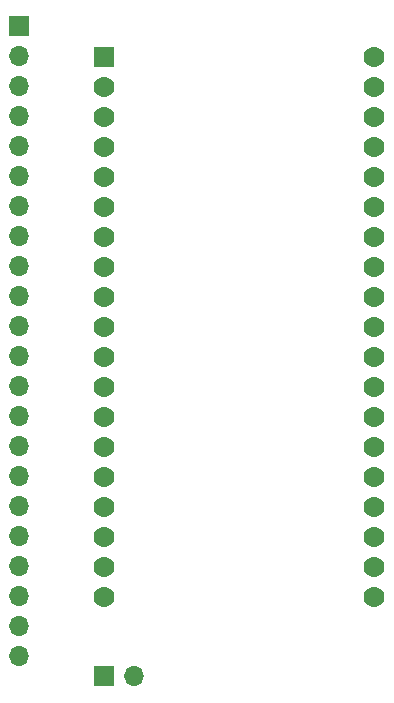
<source format=gts>
G04 #@! TF.GenerationSoftware,KiCad,Pcbnew,7.0.6*
G04 #@! TF.CreationDate,2024-02-26T11:52:11-05:00*
G04 #@! TF.ProjectId,CHESSmate CPU,43484553-536d-4617-9465-204350552e6b,rev?*
G04 #@! TF.SameCoordinates,Original*
G04 #@! TF.FileFunction,Soldermask,Top*
G04 #@! TF.FilePolarity,Negative*
%FSLAX46Y46*%
G04 Gerber Fmt 4.6, Leading zero omitted, Abs format (unit mm)*
G04 Created by KiCad (PCBNEW 7.0.6) date 2024-02-26 11:52:11*
%MOMM*%
%LPD*%
G01*
G04 APERTURE LIST*
G04 Aperture macros list*
%AMRoundRect*
0 Rectangle with rounded corners*
0 $1 Rounding radius*
0 $2 $3 $4 $5 $6 $7 $8 $9 X,Y pos of 4 corners*
0 Add a 4 corners polygon primitive as box body*
4,1,4,$2,$3,$4,$5,$6,$7,$8,$9,$2,$3,0*
0 Add four circle primitives for the rounded corners*
1,1,$1+$1,$2,$3*
1,1,$1+$1,$4,$5*
1,1,$1+$1,$6,$7*
1,1,$1+$1,$8,$9*
0 Add four rect primitives between the rounded corners*
20,1,$1+$1,$2,$3,$4,$5,0*
20,1,$1+$1,$4,$5,$6,$7,0*
20,1,$1+$1,$6,$7,$8,$9,0*
20,1,$1+$1,$8,$9,$2,$3,0*%
G04 Aperture macros list end*
%ADD10R,1.700000X1.700000*%
%ADD11O,1.700000X1.700000*%
%ADD12C,1.764000*%
%ADD13RoundRect,0.102000X-0.780000X-0.780000X0.780000X-0.780000X0.780000X0.780000X-0.780000X0.780000X0*%
G04 APERTURE END LIST*
D10*
X118905000Y-112380000D03*
D11*
X121445000Y-112380000D03*
D12*
X141787500Y-105714500D03*
X141787500Y-103174500D03*
X141787500Y-100634500D03*
X141787500Y-98094500D03*
X141787500Y-95554500D03*
X141787500Y-93014500D03*
X141787500Y-90474500D03*
X141787500Y-87934500D03*
X141787500Y-85394500D03*
X141787500Y-82854500D03*
X141787500Y-80314500D03*
X141787500Y-77774500D03*
X141787500Y-75234500D03*
X141787500Y-72694500D03*
X141787500Y-70154500D03*
X141787500Y-67614500D03*
X141787500Y-65074500D03*
X141787500Y-62534500D03*
X141787500Y-59994500D03*
X118927500Y-105714500D03*
X118927500Y-103174500D03*
X118927500Y-100634500D03*
X118927500Y-98094500D03*
X118927500Y-95554500D03*
X118927500Y-93014500D03*
X118927500Y-90474500D03*
X118927500Y-87934500D03*
X118927500Y-85394500D03*
X118927500Y-82854500D03*
X118927500Y-80314500D03*
X118927500Y-77774500D03*
X118927500Y-75234500D03*
X118927500Y-72694500D03*
X118927500Y-70154500D03*
X118927500Y-67614500D03*
X118927500Y-65074500D03*
X118927500Y-62534500D03*
D13*
X118927500Y-59994500D03*
D10*
X111750000Y-57370000D03*
D11*
X111750000Y-59910000D03*
X111750000Y-62450000D03*
X111750000Y-64990000D03*
X111750000Y-67530000D03*
X111750000Y-70070000D03*
X111750000Y-72610000D03*
X111750000Y-75150000D03*
X111750000Y-77690000D03*
X111750000Y-80230000D03*
X111750000Y-82770000D03*
X111750000Y-85310000D03*
X111750000Y-87850000D03*
X111750000Y-90390000D03*
X111750000Y-92930000D03*
X111750000Y-95470000D03*
X111750000Y-98010000D03*
X111750000Y-100550000D03*
X111750000Y-103090000D03*
X111750000Y-105630000D03*
X111750000Y-108170000D03*
X111750000Y-110710000D03*
M02*

</source>
